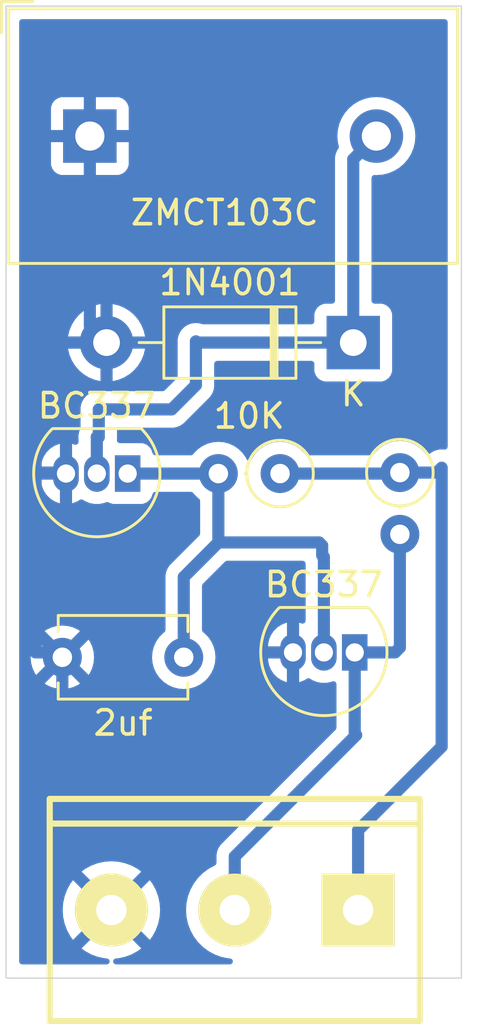
<source format=kicad_pcb>
(kicad_pcb (version 20240108) (generator "pcbnew") (generator_version "8.0")
  (title_block (title "Block Detector") (date "2024-11-24") (company "Winters.nz"))
  (layers (0 "F.Cu" signal) (31 "B.Cu" signal) (34 "B.Paste" user) (35 "F.Paste" user) (36 "B.SilkS" user "B.Silkscreen") (37 "F.SilkS" user "F.Silkscreen") (38 "B.Mask" user) (39 "F.Mask" user) (44 "Edge.Cuts" user))
  (net 0 "")
  (net 1 "GND")
  (net 2 "Net-(D1-K)")
  (net 3 "+5V")
  (net 4 "Net-(J1-Pin_2)")
  (net 5 "Net-(Q1-C)")
  (footprint "Diode_THT:D_DO-41_SOD81_P10.16mm_Horizontal" (layer "F.Cu") (at 138.08 80.25 180)
    (property "Reference" "D1" (hide yes))
    (property "Value" "1N4001" (at 5.08 2.47 0) (layer "F.SilkS"))
    (fp_line (start 8.82 0) (end 7.8 0) (stroke (width 0.12)) (layer "F.SilkS"))
    (fp_line (start 7.8 1.47) (end 7.8 -1.47) (stroke (width 0.12)) (layer "F.SilkS"))
    (fp_line (start 7.8 -1.47) (end 2.36 -1.47) (stroke (width 0.12)) (layer "F.SilkS"))
    (fp_line (start 3.38 -1.47) (end 3.38 1.47) (stroke (width 0.12)) (layer "F.SilkS"))
    (fp_line (start 3.26 -1.47) (end 3.26 1.47) (stroke (width 0.12)) (layer "F.SilkS"))
    (fp_line (start 3.14 -1.47) (end 3.14 1.47) (stroke (width 0.12)) (layer "F.SilkS"))
    (fp_line (start 2.36 1.47) (end 7.8 1.47) (stroke (width 0.12)) (layer "F.SilkS"))
    (fp_line (start 2.36 -1.47) (end 2.36 1.47) (stroke (width 0.12)) (layer "F.SilkS"))
    (fp_line (start 1.34 0) (end 2.36 0) (stroke (width 0.12)) (layer "F.SilkS"))
    (fp_text user "K" (at 0 -2.1 0) (layer "F.SilkS"))
    (pad "1" thru_hole rect (at 0 0 180) (size 2.2 2.2) (drill 1.1) (layers "*.Cu" "*.Mask") (net 2 "Net-(D1-K)"))
    (pad "2" thru_hole oval (at 10.16 0 180) (size 2.2 2.2) (drill 1.1) (layers "*.Cu" "*.Mask") (net 1 "GND"))
  )
  (footprint "Package_TO_SOT_THT:TO-92_Inline" (layer "F.Cu") (at 138.14 93 180)
    (property "Reference" "Q2" (hide yes))
    (property "Value" "BC337" (at 1.27 2.79 0) (layer "F.SilkS"))
    (fp_line (start -0.53 1.85) (end 3.07 1.85) (stroke (width 0.12)) (layer "F.SilkS"))
    (fp_arc (start 1.27 -2.6) (mid 3.672087 -0.994977) (end 3.108478 1.838478) (stroke (width 0.12)) (layer "F.SilkS"))
    (fp_arc (start -0.568478 1.838478) (mid -1.132087 -0.994977) (end 1.27 -2.6) (stroke (width 0.12)) (layer "F.SilkS"))
    (pad "1" thru_hole rect (at 0 0 180) (size 1.05 1.5) (drill 0.75) (layers "*.Cu" "*.Mask") (net 4 "Net-(J1-Pin_2)"))
    (pad "2" thru_hole oval (at 1.27 0 180) (size 1.05 1.5) (drill 0.75) (layers "*.Cu" "*.Mask") (net 5 "Net-(Q1-C)"))
    (pad "3" thru_hole oval (at 2.54 0 180) (size 1.05 1.5) (drill 0.75) (layers "*.Cu" "*.Mask") (net 1 "GND"))
  )
  (footprint "spacestudio_components:KF301-3P" (layer "F.Cu") (at 133.2 103.6 180)
    (property "Reference" "J1" (hide yes))
    (property "Value" "" (at 0 5.842 0) (layer "F.SilkS") (effects (font (size 1.524 1.524) (thickness 0.3048))))
    (fp_line (start 7.62 4.572) (end -7.62 4.572) (stroke (width 0.254)) (layer "F.SilkS"))
    (fp_line (start 7.62 3.81) (end 7.62 -3.81) (stroke (width 0.254)) (layer "F.SilkS"))
    (fp_line (start 7.62 3.556) (end 7.62 4.572) (stroke (width 0.254)) (layer "F.SilkS"))
    (fp_line (start 7.62 -4.572) (end 7.62 -3.81) (stroke (width 0.254)) (layer "F.SilkS"))
    (fp_line (start -7.62 4.572) (end -7.62 3.556) (stroke (width 0.254)) (layer "F.SilkS"))
    (fp_line (start -7.62 3.81) (end -7.62 -3.81) (stroke (width 0.254)) (layer "F.SilkS"))
    (fp_line (start -7.62 3.556) (end 7.62 3.556) (stroke (width 0.254)) (layer "F.SilkS"))
    (fp_line (start -7.62 -4.572) (end 7.62 -4.572) (stroke (width 0.254)) (layer "F.SilkS"))
    (fp_line (start -7.62 -4.572) (end -7.62 -3.81) (stroke (width 0.254)) (layer "F.SilkS"))
    (pad "1" thru_hole rect (at -5.08 0 180) (size 2.99974 2.99974) (drill 1.24968) (layers "*.Cu" "*.Mask" "F.SilkS") (net 3 "+5V"))
    (pad "2" thru_hole circle (at 0 0 180) (size 2.99974 2.99974) (drill 1.24968) (layers "*.Cu" "*.Mask" "F.SilkS") (net 4 "Net-(J1-Pin_2)"))
    (pad "3" thru_hole circle (at 5.08 0 180) (size 2.99974 2.99974) (drill 1.24968) (layers "*.Cu" "*.Mask" "F.SilkS") (net 1 "GND"))
  )
  (footprint "Resistor_THT:R_Axial_DIN0207_L6.3mm_D2.5mm_P2.54mm_Vertical" (layer "F.Cu") (at 135.065 85.64 180)
    (property "Reference" "R1" (hide yes))
    (property "Value" "10K" (at 1.27 2.37 0) (layer "F.SilkS"))
    (fp_line (start 1.37 0) (end 1.44 0) (stroke (width 0.12)) (layer "F.SilkS"))
    (fp_circle (center 0 0) (end 1.37 0) (stroke (width 0.12)) (fill none) (layer "F.SilkS"))
    (pad "1" thru_hole circle (at 0 0 180) (size 1.6 1.6) (drill 0.8) (layers "*.Cu" "*.Mask") (net 3 "+5V"))
    (pad "2" thru_hole oval (at 2.54 0 180) (size 1.6 1.6) (drill 0.8) (layers "*.Cu" "*.Mask") (net 5 "Net-(Q1-C)"))
  )
  (footprint "Package_TO_SOT_THT:TO-92_Inline" (layer "F.Cu") (at 128.79 85.64 180)
    (property "Reference" "Q1" (hide yes))
    (property "Value" "BC337" (at 1.27 2.79 0) (layer "F.SilkS"))
    (fp_line (start -0.53 1.85) (end 3.07 1.85) (stroke (width 0.12)) (layer "F.SilkS"))
    (fp_arc (start 1.27 -2.6) (mid 3.672087 -0.994977) (end 3.108478 1.838478) (stroke (width 0.12)) (layer "F.SilkS"))
    (fp_arc (start -0.568478 1.838478) (mid -1.132087 -0.994977) (end 1.27 -2.6) (stroke (width 0.12)) (layer "F.SilkS"))
    (pad "1" thru_hole rect (at 0 0 180) (size 1.05 1.5) (drill 0.75) (layers "*.Cu" "*.Mask") (net 5 "Net-(Q1-C)"))
    (pad "2" thru_hole oval (at 1.27 0 180) (size 1.05 1.5) (drill 0.75) (layers "*.Cu" "*.Mask") (net 2 "Net-(D1-K)"))
    (pad "3" thru_hole oval (at 2.54 0 180) (size 1.05 1.5) (drill 0.75) (layers "*.Cu" "*.Mask") (net 1 "GND"))
  )
  (footprint "Resistor_THT:R_Axial_DIN0207_L6.3mm_D2.5mm_P2.54mm_Vertical" (layer "F.Cu") (at 140 85.6 -90)
    (property "Reference" "R2" (hide yes))
    (property "Value" "10K")
    (fp_line (start 1.37 0) (end 1.44 0) (stroke (width 0.12)) (layer "F.SilkS"))
    (fp_circle (center 0 0) (end 1.37 0) (stroke (width 0.12)) (fill none) (layer "F.SilkS"))
    (pad "1" thru_hole circle (at 0 0 270) (size 1.6 1.6) (drill 0.8) (layers "*.Cu" "*.Mask") (net 3 "+5V"))
    (pad "2" thru_hole oval (at 2.54 0 270) (size 1.6 1.6) (drill 0.8) (layers "*.Cu" "*.Mask") (net 4 "Net-(J1-Pin_2)"))
  )
  (footprint "Capacitor_THT:C_Disc_D5.1mm_W3.2mm_P5.00mm" (layer "F.Cu") (at 131.1 93.2 180)
    (property "Reference" "C1" (hide yes))
    (property "Value" "2uf" (at 2.5 -2.7025 0) (layer "F.SilkS"))
    (fp_line (start 5.17 1.055) (end 5.17 1.721) (stroke (width 0.12)) (layer "F.SilkS"))
    (fp_line (start 5.17 -1.721) (end 5.17 -1.055) (stroke (width 0.12)) (layer "F.SilkS"))
    (fp_line (start -0.17 1.721) (end 5.17 1.721) (stroke (width 0.12)) (layer "F.SilkS"))
    (fp_line (start -0.17 1.055) (end -0.17 1.721) (stroke (width 0.12)) (layer "F.SilkS"))
    (fp_line (start -0.17 -1.721) (end 5.17 -1.721) (stroke (width 0.12)) (layer "F.SilkS"))
    (fp_line (start -0.17 -1.721) (end -0.17 -1.055) (stroke (width 0.12)) (layer "F.SilkS"))
    (pad "1" thru_hole circle (at 0 0 180) (size 1.6 1.6) (drill 0.8) (layers "*.Cu" "*.Mask") (net 5 "Net-(Q1-C)"))
    (pad "2" thru_hole circle (at 5 0 180) (size 1.6 1.6) (drill 0.8) (layers "*.Cu" "*.Mask") (net 1 "GND"))
  )
  (footprint "Transformer_THT:Transformer_Zeming_ZMCT103C" (layer "F.Cu") (at 127.2325 71.7525)
    (property "Reference" "TR1" (hide yes))
    (property "Value" "ZMCT103C" (at 5.55 3.15 0) (layer "F.SilkS"))
    (fp_line (start -3.64 -5.54) (end -2.34 -5.54) (stroke (width 0.12)) (layer "F.SilkS"))
    (fp_line (start -3.64 -4.24) (end -3.64 -5.54) (stroke (width 0.12)) (layer "F.SilkS"))
    (fp_rect (start -3.34 -5.24) (end 15.14 5.24) (stroke (width 0.12)) (fill none) (layer "F.SilkS"))
    (pad "1" thru_hole rect (at 0 0) (size 2.2 2.2) (drill 1.2) (layers "*.Cu" "*.Mask") (net 1 "GND"))
    (pad "2" thru_hole circle (at 11.8 0) (size 2.2 2.2) (drill 1.2) (layers "*.Cu" "*.Mask") (net 2 "Net-(D1-K)"))
  )
  (gr_rect (start 123.7825 66.4025) (end 142.5325 106.4025) (stroke (width 0.05)) (fill none) (layer "Edge.Cuts"))
  (segment (start 126.1 96.6) (end 126.1 101.58) (width 0.5) (layer "B.Cu") (net 1))
  (segment (start 125 85.6) (end 126.21 85.6) (width 0.5) (layer "B.Cu") (net 1))
  (segment (start 126.21 85.6) (end 126.245 85.635) (width 0.5) (layer "B.Cu") (net 1))
  (segment (start 126.245 85.635) (end 126.245 85.64) (width 0.5) (layer "B.Cu") (net 1))
  (segment (start 126.1 101.58) (end 128.12 103.6) (width 0.5) (layer "B.Cu") (net 1))
  (segment (start 135.6 93) (end 135.6 94.6) (width 0.5) (layer "B.Cu") (net 1))
  (segment (start 125 80.2) (end 125 85.6) (width 0.5) (layer "B.Cu") (net 1))
  (segment (start 133.4 96.8) (end 126.3 96.8) (width 0.5) (layer "B.Cu") (net 1))
  (segment (start 127.2325 71.7525) (end 127.2325 79.5625) (width 0.5) (layer "B.Cu") (net 1))
  (segment (start 125.05 80.25) (end 125 80.2) (width 0.5) (layer "B.Cu") (net 1))
  (segment (start 127.2325 79.5625) (end 127.92 80.25) (width 0.5) (layer "B.Cu") (net 1))
  (segment (start 135.6 94.6) (end 133.4 96.8) (width 0.5) (layer "B.Cu") (net 1))
  (segment (start 125 93) (end 125.9 93) (width 0.5) (layer "B.Cu") (net 1))
  (segment (start 125.9 93) (end 126.1 93.2) (width 0.5) (layer "B.Cu") (net 1))
  (segment (start 125 85.6) (end 125 93) (width 0.5) (layer "B.Cu") (net 1))
  (segment (start 126.1 93.2) (end 126.1 96.6) (width 0.5) (layer "B.Cu") (net 1))
  (segment (start 126.3 96.8) (end 126.1 96.6) (width 0.5) (layer "B.Cu") (net 1))
  (segment (start 127.92 80.25) (end 125.05 80.25) (width 0.5) (layer "B.Cu") (net 1))
  (segment (start 127.52 84.145) (end 127.52 85.64) (width 0.5) (layer "B.Cu") (net 2))
  (segment (start 127.6 83) (end 127.6 84.14) (width 0.5) (layer "B.Cu") (net 2))
  (segment (start 138.08 80.25) (end 131.65 80.25) (width 0.5) (layer "B.Cu") (net 2))
  (segment (start 131.6 82) (end 130.6 83) (width 0.5) (layer "B.Cu") (net 2))
  (segment (start 130.6 83) (end 127.6 83) (width 0.5) (layer "B.Cu") (net 2))
  (segment (start 127.515 84.14) (end 127.52 84.145) (width 0.5) (layer "B.Cu") (net 2))
  (segment (start 131.65 80.25) (end 131.6 80.2) (width 0.5) (layer "B.Cu") (net 2))
  (segment (start 127.6 84.14) (end 127.515 84.14) (width 0.5) (layer "B.Cu") (net 2))
  (segment (start 131.6 80.2) (end 131.6 82) (width 0.5) (layer "B.Cu") (net 2))
  (segment (start 138.08 72.705) (end 139.0325 71.7525) (width 0.5) (layer "B.Cu") (net 2))
  (segment (start 138.08 80.25) (end 138.08 72.705) (width 0.5) (layer "B.Cu") (net 2))
  (segment (start 135.065 85.64) (end 139.96 85.64) (width 0.5) (layer "B.Cu") (net 3))
  (segment (start 139.96 85.64) (end 140 85.6) (width 0.5) (layer "B.Cu") (net 3))
  (segment (start 141.52 85.6) (end 140 85.6) (width 0.5) (layer "B.Cu") (net 3))
  (segment (start 138.28 103.6) (end 138.28 100.32) (width 0.5) (layer "B.Cu") (net 3))
  (segment (start 141.72 96.88) (end 141.72 85.4) (width 0.5) (layer "B.Cu") (net 3))
  (segment (start 138.28 100.32) (end 141.72 96.88) (width 0.5) (layer "B.Cu") (net 3))
  (segment (start 141.72 85.4) (end 141.52 85.6) (width 0.5) (layer "B.Cu") (net 3))
  (segment (start 133.2 101.4) (end 138.2 96.4) (width 0.5) (layer "B.Cu") (net 4))
  (segment (start 140 88.14) (end 140 92.8) (width 0.5) (layer "B.Cu") (net 4))
  (segment (start 140 92.8) (end 139.8 93) (width 0.5) (layer "B.Cu") (net 4))
  (segment (start 138.14 96.34) (end 138.14 93) (width 0.5) (layer "B.Cu") (net 4))
  (segment (start 138.2 96.4) (end 138.14 96.34) (width 0.5) (layer "B.Cu") (net 4))
  (segment (start 139.8 93) (end 138.14 93) (width 0.5) (layer "B.Cu") (net 4))
  (segment (start 133.2 103.6) (end 133.2 101.4) (width 0.5) (layer "B.Cu") (net 4))
  (segment (start 136.675 88.475) (end 136.8 88.6) (width 0.5) (layer "B.Cu") (net 5))
  (segment (start 132.525 85.64) (end 132.525 88.475) (width 0.5) (layer "B.Cu") (net 5))
  (segment (start 128.79 85.64) (end 132.525 85.64) (width 0.5) (layer "B.Cu") (net 5))
  (segment (start 136.8 88.6) (end 136.8 89) (width 0.5) (layer "B.Cu") (net 5))
  (segment (start 131.1 89.9) (end 131.1 93.2) (width 0.5) (layer "B.Cu") (net 5))
  (segment (start 136.8 89) (end 136.87 89.07) (width 0.5) (layer "B.Cu") (net 5))
  (segment (start 132.525 88.475) (end 131.1 89.9) (width 0.5) (layer "B.Cu") (net 5))
  (segment (start 132.525 88.475) (end 136.675 88.475) (width 0.5) (layer "B.Cu") (net 5))
  (segment (start 136.87 89.07) (end 136.87 93) (width 0.5) (layer "B.Cu") (net 5))
  (zone (net 1) (net_name "GND") (layer "B.Cu") (connect_pads (clearance 0.5)) (min_thickness 0.25) (fill yes (thermal_gap 0.5) (thermal_bridge_width 0.5))
    (polygon (pts (xy 123.8 66.6) (xy 123.8 106.4) (xy 142.4 106.4) (xy 142.4 66.4)))
  )
)
</source>
